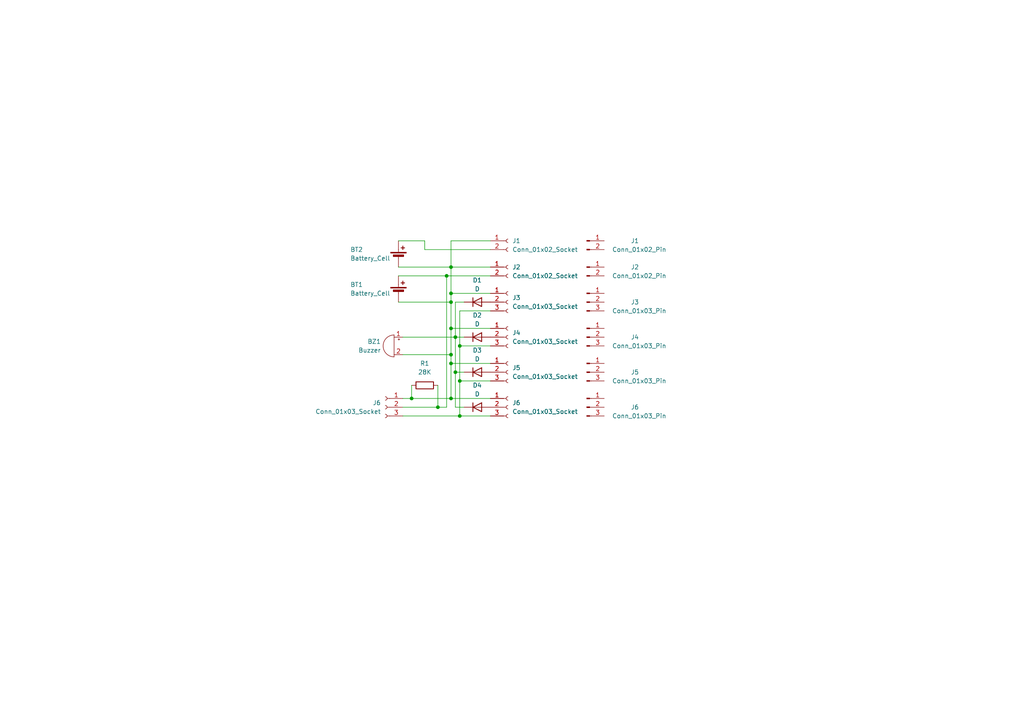
<source format=kicad_sch>
(kicad_sch (version 20230121) (generator eeschema)

  (uuid 76b1ff27-f8be-4272-9683-8adfc92e29e7)

  (paper "A4")

  (title_block
    (title "L1 Camera Schematic")
    (date "2024-03-28")
    (rev "1")
  )

  (lib_symbols
    (symbol "Connector:Conn_01x02_Pin" (pin_names (offset 1.016) hide) (in_bom yes) (on_board yes)
      (property "Reference" "J" (at 0 2.54 0)
        (effects (font (size 1.27 1.27)))
      )
      (property "Value" "Conn_01x02_Pin" (at 0 -5.08 0)
        (effects (font (size 1.27 1.27)))
      )
      (property "Footprint" "" (at 0 0 0)
        (effects (font (size 1.27 1.27)) hide)
      )
      (property "Datasheet" "~" (at 0 0 0)
        (effects (font (size 1.27 1.27)) hide)
      )
      (property "ki_locked" "" (at 0 0 0)
        (effects (font (size 1.27 1.27)))
      )
      (property "ki_keywords" "connector" (at 0 0 0)
        (effects (font (size 1.27 1.27)) hide)
      )
      (property "ki_description" "Generic connector, single row, 01x02, script generated" (at 0 0 0)
        (effects (font (size 1.27 1.27)) hide)
      )
      (property "ki_fp_filters" "Connector*:*_1x??_*" (at 0 0 0)
        (effects (font (size 1.27 1.27)) hide)
      )
      (symbol "Conn_01x02_Pin_1_1"
        (polyline
          (pts
            (xy 1.27 -2.54)
            (xy 0.8636 -2.54)
          )
          (stroke (width 0.1524) (type default))
          (fill (type none))
        )
        (polyline
          (pts
            (xy 1.27 0)
            (xy 0.8636 0)
          )
          (stroke (width 0.1524) (type default))
          (fill (type none))
        )
        (rectangle (start 0.8636 -2.413) (end 0 -2.667)
          (stroke (width 0.1524) (type default))
          (fill (type outline))
        )
        (rectangle (start 0.8636 0.127) (end 0 -0.127)
          (stroke (width 0.1524) (type default))
          (fill (type outline))
        )
        (pin passive line (at 5.08 0 180) (length 3.81)
          (name "Pin_1" (effects (font (size 1.27 1.27))))
          (number "1" (effects (font (size 1.27 1.27))))
        )
        (pin passive line (at 5.08 -2.54 180) (length 3.81)
          (name "Pin_2" (effects (font (size 1.27 1.27))))
          (number "2" (effects (font (size 1.27 1.27))))
        )
      )
    )
    (symbol "Connector:Conn_01x02_Socket" (pin_names (offset 1.016) hide) (in_bom yes) (on_board yes)
      (property "Reference" "J" (at 0 2.54 0)
        (effects (font (size 1.27 1.27)))
      )
      (property "Value" "Conn_01x02_Socket" (at 0 -5.08 0)
        (effects (font (size 1.27 1.27)))
      )
      (property "Footprint" "" (at 0 0 0)
        (effects (font (size 1.27 1.27)) hide)
      )
      (property "Datasheet" "~" (at 0 0 0)
        (effects (font (size 1.27 1.27)) hide)
      )
      (property "ki_locked" "" (at 0 0 0)
        (effects (font (size 1.27 1.27)))
      )
      (property "ki_keywords" "connector" (at 0 0 0)
        (effects (font (size 1.27 1.27)) hide)
      )
      (property "ki_description" "Generic connector, single row, 01x02, script generated" (at 0 0 0)
        (effects (font (size 1.27 1.27)) hide)
      )
      (property "ki_fp_filters" "Connector*:*_1x??_*" (at 0 0 0)
        (effects (font (size 1.27 1.27)) hide)
      )
      (symbol "Conn_01x02_Socket_1_1"
        (arc (start 0 -2.032) (mid -0.5058 -2.54) (end 0 -3.048)
          (stroke (width 0.1524) (type default))
          (fill (type none))
        )
        (polyline
          (pts
            (xy -1.27 -2.54)
            (xy -0.508 -2.54)
          )
          (stroke (width 0.1524) (type default))
          (fill (type none))
        )
        (polyline
          (pts
            (xy -1.27 0)
            (xy -0.508 0)
          )
          (stroke (width 0.1524) (type default))
          (fill (type none))
        )
        (arc (start 0 0.508) (mid -0.5058 0) (end 0 -0.508)
          (stroke (width 0.1524) (type default))
          (fill (type none))
        )
        (pin passive line (at -5.08 0 0) (length 3.81)
          (name "Pin_1" (effects (font (size 1.27 1.27))))
          (number "1" (effects (font (size 1.27 1.27))))
        )
        (pin passive line (at -5.08 -2.54 0) (length 3.81)
          (name "Pin_2" (effects (font (size 1.27 1.27))))
          (number "2" (effects (font (size 1.27 1.27))))
        )
      )
    )
    (symbol "Connector:Conn_01x03_Pin" (pin_names (offset 1.016) hide) (in_bom yes) (on_board yes)
      (property "Reference" "J" (at 0 5.08 0)
        (effects (font (size 1.27 1.27)))
      )
      (property "Value" "Conn_01x03_Pin" (at 0 -5.08 0)
        (effects (font (size 1.27 1.27)))
      )
      (property "Footprint" "" (at 0 0 0)
        (effects (font (size 1.27 1.27)) hide)
      )
      (property "Datasheet" "~" (at 0 0 0)
        (effects (font (size 1.27 1.27)) hide)
      )
      (property "ki_locked" "" (at 0 0 0)
        (effects (font (size 1.27 1.27)))
      )
      (property "ki_keywords" "connector" (at 0 0 0)
        (effects (font (size 1.27 1.27)) hide)
      )
      (property "ki_description" "Generic connector, single row, 01x03, script generated" (at 0 0 0)
        (effects (font (size 1.27 1.27)) hide)
      )
      (property "ki_fp_filters" "Connector*:*_1x??_*" (at 0 0 0)
        (effects (font (size 1.27 1.27)) hide)
      )
      (symbol "Conn_01x03_Pin_1_1"
        (polyline
          (pts
            (xy 1.27 -2.54)
            (xy 0.8636 -2.54)
          )
          (stroke (width 0.1524) (type default))
          (fill (type none))
        )
        (polyline
          (pts
            (xy 1.27 0)
            (xy 0.8636 0)
          )
          (stroke (width 0.1524) (type default))
          (fill (type none))
        )
        (polyline
          (pts
            (xy 1.27 2.54)
            (xy 0.8636 2.54)
          )
          (stroke (width 0.1524) (type default))
          (fill (type none))
        )
        (rectangle (start 0.8636 -2.413) (end 0 -2.667)
          (stroke (width 0.1524) (type default))
          (fill (type outline))
        )
        (rectangle (start 0.8636 0.127) (end 0 -0.127)
          (stroke (width 0.1524) (type default))
          (fill (type outline))
        )
        (rectangle (start 0.8636 2.667) (end 0 2.413)
          (stroke (width 0.1524) (type default))
          (fill (type outline))
        )
        (pin passive line (at 5.08 2.54 180) (length 3.81)
          (name "Pin_1" (effects (font (size 1.27 1.27))))
          (number "1" (effects (font (size 1.27 1.27))))
        )
        (pin passive line (at 5.08 0 180) (length 3.81)
          (name "Pin_2" (effects (font (size 1.27 1.27))))
          (number "2" (effects (font (size 1.27 1.27))))
        )
        (pin passive line (at 5.08 -2.54 180) (length 3.81)
          (name "Pin_3" (effects (font (size 1.27 1.27))))
          (number "3" (effects (font (size 1.27 1.27))))
        )
      )
    )
    (symbol "Connector:Conn_01x03_Socket" (pin_names (offset 1.016) hide) (in_bom yes) (on_board yes)
      (property "Reference" "J" (at 0 5.08 0)
        (effects (font (size 1.27 1.27)))
      )
      (property "Value" "Conn_01x03_Socket" (at 0 -5.08 0)
        (effects (font (size 1.27 1.27)))
      )
      (property "Footprint" "" (at 0 0 0)
        (effects (font (size 1.27 1.27)) hide)
      )
      (property "Datasheet" "~" (at 0 0 0)
        (effects (font (size 1.27 1.27)) hide)
      )
      (property "ki_locked" "" (at 0 0 0)
        (effects (font (size 1.27 1.27)))
      )
      (property "ki_keywords" "connector" (at 0 0 0)
        (effects (font (size 1.27 1.27)) hide)
      )
      (property "ki_description" "Generic connector, single row, 01x03, script generated" (at 0 0 0)
        (effects (font (size 1.27 1.27)) hide)
      )
      (property "ki_fp_filters" "Connector*:*_1x??_*" (at 0 0 0)
        (effects (font (size 1.27 1.27)) hide)
      )
      (symbol "Conn_01x03_Socket_1_1"
        (arc (start 0 -2.032) (mid -0.5058 -2.54) (end 0 -3.048)
          (stroke (width 0.1524) (type default))
          (fill (type none))
        )
        (polyline
          (pts
            (xy -1.27 -2.54)
            (xy -0.508 -2.54)
          )
          (stroke (width 0.1524) (type default))
          (fill (type none))
        )
        (polyline
          (pts
            (xy -1.27 0)
            (xy -0.508 0)
          )
          (stroke (width 0.1524) (type default))
          (fill (type none))
        )
        (polyline
          (pts
            (xy -1.27 2.54)
            (xy -0.508 2.54)
          )
          (stroke (width 0.1524) (type default))
          (fill (type none))
        )
        (arc (start 0 0.508) (mid -0.5058 0) (end 0 -0.508)
          (stroke (width 0.1524) (type default))
          (fill (type none))
        )
        (arc (start 0 3.048) (mid -0.5058 2.54) (end 0 2.032)
          (stroke (width 0.1524) (type default))
          (fill (type none))
        )
        (pin passive line (at -5.08 2.54 0) (length 3.81)
          (name "Pin_1" (effects (font (size 1.27 1.27))))
          (number "1" (effects (font (size 1.27 1.27))))
        )
        (pin passive line (at -5.08 0 0) (length 3.81)
          (name "Pin_2" (effects (font (size 1.27 1.27))))
          (number "2" (effects (font (size 1.27 1.27))))
        )
        (pin passive line (at -5.08 -2.54 0) (length 3.81)
          (name "Pin_3" (effects (font (size 1.27 1.27))))
          (number "3" (effects (font (size 1.27 1.27))))
        )
      )
    )
    (symbol "Device:Battery_Cell" (pin_numbers hide) (pin_names (offset 0) hide) (in_bom yes) (on_board yes)
      (property "Reference" "BT" (at 2.54 2.54 0)
        (effects (font (size 1.27 1.27)) (justify left))
      )
      (property "Value" "Battery_Cell" (at 2.54 0 0)
        (effects (font (size 1.27 1.27)) (justify left))
      )
      (property "Footprint" "" (at 0 1.524 90)
        (effects (font (size 1.27 1.27)) hide)
      )
      (property "Datasheet" "~" (at 0 1.524 90)
        (effects (font (size 1.27 1.27)) hide)
      )
      (property "ki_keywords" "battery cell" (at 0 0 0)
        (effects (font (size 1.27 1.27)) hide)
      )
      (property "ki_description" "Single-cell battery" (at 0 0 0)
        (effects (font (size 1.27 1.27)) hide)
      )
      (symbol "Battery_Cell_0_1"
        (rectangle (start -2.286 1.778) (end 2.286 1.524)
          (stroke (width 0) (type default))
          (fill (type outline))
        )
        (rectangle (start -1.524 1.016) (end 1.524 0.508)
          (stroke (width 0) (type default))
          (fill (type outline))
        )
        (polyline
          (pts
            (xy 0 0.762)
            (xy 0 0)
          )
          (stroke (width 0) (type default))
          (fill (type none))
        )
        (polyline
          (pts
            (xy 0 1.778)
            (xy 0 2.54)
          )
          (stroke (width 0) (type default))
          (fill (type none))
        )
        (polyline
          (pts
            (xy 0.762 3.048)
            (xy 1.778 3.048)
          )
          (stroke (width 0.254) (type default))
          (fill (type none))
        )
        (polyline
          (pts
            (xy 1.27 3.556)
            (xy 1.27 2.54)
          )
          (stroke (width 0.254) (type default))
          (fill (type none))
        )
      )
      (symbol "Battery_Cell_1_1"
        (pin passive line (at 0 5.08 270) (length 2.54)
          (name "+" (effects (font (size 1.27 1.27))))
          (number "1" (effects (font (size 1.27 1.27))))
        )
        (pin passive line (at 0 -2.54 90) (length 2.54)
          (name "-" (effects (font (size 1.27 1.27))))
          (number "2" (effects (font (size 1.27 1.27))))
        )
      )
    )
    (symbol "Device:Buzzer" (pin_names (offset 0.0254) hide) (in_bom yes) (on_board yes)
      (property "Reference" "BZ" (at 3.81 1.27 0)
        (effects (font (size 1.27 1.27)) (justify left))
      )
      (property "Value" "Buzzer" (at 3.81 -1.27 0)
        (effects (font (size 1.27 1.27)) (justify left))
      )
      (property "Footprint" "" (at -0.635 2.54 90)
        (effects (font (size 1.27 1.27)) hide)
      )
      (property "Datasheet" "~" (at -0.635 2.54 90)
        (effects (font (size 1.27 1.27)) hide)
      )
      (property "ki_keywords" "quartz resonator ceramic" (at 0 0 0)
        (effects (font (size 1.27 1.27)) hide)
      )
      (property "ki_description" "Buzzer, polarized" (at 0 0 0)
        (effects (font (size 1.27 1.27)) hide)
      )
      (property "ki_fp_filters" "*Buzzer*" (at 0 0 0)
        (effects (font (size 1.27 1.27)) hide)
      )
      (symbol "Buzzer_0_1"
        (arc (start 0 -3.175) (mid 3.1612 0) (end 0 3.175)
          (stroke (width 0) (type default))
          (fill (type none))
        )
        (polyline
          (pts
            (xy -1.651 1.905)
            (xy -1.143 1.905)
          )
          (stroke (width 0) (type default))
          (fill (type none))
        )
        (polyline
          (pts
            (xy -1.397 2.159)
            (xy -1.397 1.651)
          )
          (stroke (width 0) (type default))
          (fill (type none))
        )
        (polyline
          (pts
            (xy 0 3.175)
            (xy 0 -3.175)
          )
          (stroke (width 0) (type default))
          (fill (type none))
        )
      )
      (symbol "Buzzer_1_1"
        (pin passive line (at -2.54 2.54 0) (length 2.54)
          (name "-" (effects (font (size 1.27 1.27))))
          (number "1" (effects (font (size 1.27 1.27))))
        )
        (pin passive line (at -2.54 -2.54 0) (length 2.54)
          (name "+" (effects (font (size 1.27 1.27))))
          (number "2" (effects (font (size 1.27 1.27))))
        )
      )
    )
    (symbol "Device:D" (pin_numbers hide) (pin_names (offset 1.016) hide) (in_bom yes) (on_board yes)
      (property "Reference" "D" (at 0 2.54 0)
        (effects (font (size 1.27 1.27)))
      )
      (property "Value" "D" (at 0 -2.54 0)
        (effects (font (size 1.27 1.27)))
      )
      (property "Footprint" "" (at 0 0 0)
        (effects (font (size 1.27 1.27)) hide)
      )
      (property "Datasheet" "~" (at 0 0 0)
        (effects (font (size 1.27 1.27)) hide)
      )
      (property "Sim.Device" "D" (at 0 0 0)
        (effects (font (size 1.27 1.27)) hide)
      )
      (property "Sim.Pins" "1=K 2=A" (at 0 0 0)
        (effects (font (size 1.27 1.27)) hide)
      )
      (property "ki_keywords" "diode" (at 0 0 0)
        (effects (font (size 1.27 1.27)) hide)
      )
      (property "ki_description" "Diode" (at 0 0 0)
        (effects (font (size 1.27 1.27)) hide)
      )
      (property "ki_fp_filters" "TO-???* *_Diode_* *SingleDiode* D_*" (at 0 0 0)
        (effects (font (size 1.27 1.27)) hide)
      )
      (symbol "D_0_1"
        (polyline
          (pts
            (xy -1.27 1.27)
            (xy -1.27 -1.27)
          )
          (stroke (width 0.254) (type default))
          (fill (type none))
        )
        (polyline
          (pts
            (xy 1.27 0)
            (xy -1.27 0)
          )
          (stroke (width 0) (type default))
          (fill (type none))
        )
        (polyline
          (pts
            (xy 1.27 1.27)
            (xy 1.27 -1.27)
            (xy -1.27 0)
            (xy 1.27 1.27)
          )
          (stroke (width 0.254) (type default))
          (fill (type none))
        )
      )
      (symbol "D_1_1"
        (pin passive line (at -3.81 0 0) (length 2.54)
          (name "K" (effects (font (size 1.27 1.27))))
          (number "1" (effects (font (size 1.27 1.27))))
        )
        (pin passive line (at 3.81 0 180) (length 2.54)
          (name "A" (effects (font (size 1.27 1.27))))
          (number "2" (effects (font (size 1.27 1.27))))
        )
      )
    )
    (symbol "Device:R" (pin_numbers hide) (pin_names (offset 0)) (in_bom yes) (on_board yes)
      (property "Reference" "R" (at 2.032 0 90)
        (effects (font (size 1.27 1.27)))
      )
      (property "Value" "R" (at 0 0 90)
        (effects (font (size 1.27 1.27)))
      )
      (property "Footprint" "" (at -1.778 0 90)
        (effects (font (size 1.27 1.27)) hide)
      )
      (property "Datasheet" "~" (at 0 0 0)
        (effects (font (size 1.27 1.27)) hide)
      )
      (property "ki_keywords" "R res resistor" (at 0 0 0)
        (effects (font (size 1.27 1.27)) hide)
      )
      (property "ki_description" "Resistor" (at 0 0 0)
        (effects (font (size 1.27 1.27)) hide)
      )
      (property "ki_fp_filters" "R_*" (at 0 0 0)
        (effects (font (size 1.27 1.27)) hide)
      )
      (symbol "R_0_1"
        (rectangle (start -1.016 -2.54) (end 1.016 2.54)
          (stroke (width 0.254) (type default))
          (fill (type none))
        )
      )
      (symbol "R_1_1"
        (pin passive line (at 0 3.81 270) (length 1.27)
          (name "~" (effects (font (size 1.27 1.27))))
          (number "1" (effects (font (size 1.27 1.27))))
        )
        (pin passive line (at 0 -3.81 90) (length 1.27)
          (name "~" (effects (font (size 1.27 1.27))))
          (number "2" (effects (font (size 1.27 1.27))))
        )
      )
    )
  )

  (junction (at 119.38 115.57) (diameter 0) (color 0 0 0 0)
    (uuid 03610c47-022f-418b-934b-07ef747371b5)
  )
  (junction (at 129.54 80.01) (diameter 0) (color 0 0 0 0)
    (uuid 188e860e-b838-48aa-a66c-7520fea8c2a9)
  )
  (junction (at 130.81 77.47) (diameter 0) (color 0 0 0 0)
    (uuid 25cd01ba-d534-4963-a9a9-3c82ea5e180a)
  )
  (junction (at 133.35 120.65) (diameter 0) (color 0 0 0 0)
    (uuid 6143a3c8-9631-4edf-99f6-4b71c7325b45)
  )
  (junction (at 130.81 85.09) (diameter 0) (color 0 0 0 0)
    (uuid 6770f597-93c0-441c-9fcf-511318c70c21)
  )
  (junction (at 130.81 115.57) (diameter 0) (color 0 0 0 0)
    (uuid 682d0062-0a4c-4d8d-85cc-6644c94e06c8)
  )
  (junction (at 127 118.11) (diameter 0) (color 0 0 0 0)
    (uuid 7afb6bc3-1b3b-424a-9ea9-f233ee7d4509)
  )
  (junction (at 133.35 100.33) (diameter 0) (color 0 0 0 0)
    (uuid 7c2dd630-f8b4-4e62-9622-0cea8eed7aa8)
  )
  (junction (at 132.08 97.79) (diameter 0) (color 0 0 0 0)
    (uuid 89d4065c-0700-436c-9d91-9ee60784b09d)
  )
  (junction (at 130.81 95.25) (diameter 0) (color 0 0 0 0)
    (uuid ab80e46f-53a6-4bb0-9dae-fd818f88a283)
  )
  (junction (at 130.81 102.87) (diameter 0) (color 0 0 0 0)
    (uuid afe2fa03-5308-4344-af8f-1c9666adbef6)
  )
  (junction (at 130.81 87.63) (diameter 0) (color 0 0 0 0)
    (uuid b799f311-337f-4778-8f32-420d9e974f57)
  )
  (junction (at 133.35 110.49) (diameter 0) (color 0 0 0 0)
    (uuid c3060369-d77f-451c-806f-1e16a5b5f3c2)
  )
  (junction (at 132.08 107.95) (diameter 0) (color 0 0 0 0)
    (uuid dfe3fd16-6335-497d-a6d7-be7c74eb2921)
  )
  (junction (at 130.81 105.41) (diameter 0) (color 0 0 0 0)
    (uuid ffc5ad9f-fb09-4863-9ba8-c21697bba59a)
  )

  (wire (pts (xy 130.81 85.09) (xy 130.81 87.63))
    (stroke (width 0) (type default))
    (uuid 08c4c0f3-9c94-4c04-86be-2a6c2a087c80)
  )
  (wire (pts (xy 133.35 110.49) (xy 133.35 120.65))
    (stroke (width 0) (type default))
    (uuid 095510af-6b68-4a1b-8b53-352107721f65)
  )
  (wire (pts (xy 142.24 80.01) (xy 129.54 80.01))
    (stroke (width 0) (type default))
    (uuid 1ed716c0-f94a-4b2f-b3d2-1a7afe01f8c5)
  )
  (wire (pts (xy 130.81 77.47) (xy 130.81 85.09))
    (stroke (width 0) (type default))
    (uuid 1f03ecbb-df78-4bd6-945b-fe6801326dd6)
  )
  (wire (pts (xy 130.81 85.09) (xy 142.24 85.09))
    (stroke (width 0) (type default))
    (uuid 243dcf50-a245-4b85-b1bc-b360c23b1b75)
  )
  (wire (pts (xy 129.54 80.01) (xy 129.54 118.11))
    (stroke (width 0) (type default))
    (uuid 25be1f76-8837-464b-a7f1-c35fd385d377)
  )
  (wire (pts (xy 130.81 95.25) (xy 142.24 95.25))
    (stroke (width 0) (type default))
    (uuid 2857f683-995c-48f0-9b86-d4bbb210553e)
  )
  (wire (pts (xy 133.35 100.33) (xy 133.35 110.49))
    (stroke (width 0) (type default))
    (uuid 2b3e1bff-d86f-4204-ac4c-c55e5329836b)
  )
  (wire (pts (xy 130.81 115.57) (xy 142.24 115.57))
    (stroke (width 0) (type default))
    (uuid 2f812986-1bbd-4940-bbda-101a277ac318)
  )
  (wire (pts (xy 130.81 102.87) (xy 130.81 105.41))
    (stroke (width 0) (type default))
    (uuid 33fdf12f-b5f5-46b8-90d1-4d84bbf89380)
  )
  (wire (pts (xy 130.81 102.87) (xy 130.81 95.25))
    (stroke (width 0) (type default))
    (uuid 3e028292-c1ef-4a0e-80f5-16fd5e5f7468)
  )
  (wire (pts (xy 142.24 77.47) (xy 130.81 77.47))
    (stroke (width 0) (type default))
    (uuid 4315a62c-44cd-47a8-b889-a5f48f76d6ce)
  )
  (wire (pts (xy 133.35 120.65) (xy 142.24 120.65))
    (stroke (width 0) (type default))
    (uuid 493f1850-8a63-4437-bdff-f28424681ff6)
  )
  (wire (pts (xy 127 111.76) (xy 127 118.11))
    (stroke (width 0) (type default))
    (uuid 49a3aa98-2f9d-4659-951c-d68556054032)
  )
  (wire (pts (xy 132.08 87.63) (xy 134.62 87.63))
    (stroke (width 0) (type default))
    (uuid 4e4741f7-d460-434d-a8d1-426d71bd5952)
  )
  (wire (pts (xy 123.19 69.85) (xy 115.57 69.85))
    (stroke (width 0) (type default))
    (uuid 520cf71b-9745-45d5-ac02-de09f8d18227)
  )
  (wire (pts (xy 132.08 107.95) (xy 132.08 118.11))
    (stroke (width 0) (type default))
    (uuid 5a643505-a97f-446e-aa82-7c3f3ca451fb)
  )
  (wire (pts (xy 132.08 118.11) (xy 134.62 118.11))
    (stroke (width 0) (type default))
    (uuid 7025cd7a-89cd-42ea-bf39-30f32a4d471b)
  )
  (wire (pts (xy 133.35 100.33) (xy 142.24 100.33))
    (stroke (width 0) (type default))
    (uuid 727aab7d-61fe-4bdc-b395-c60a792300e7)
  )
  (wire (pts (xy 132.08 87.63) (xy 132.08 97.79))
    (stroke (width 0) (type default))
    (uuid 744bdd14-950f-45f5-be71-d5f364a1dd18)
  )
  (wire (pts (xy 123.19 72.39) (xy 123.19 69.85))
    (stroke (width 0) (type default))
    (uuid 7c85039f-e9d0-4341-9d56-4c36cdcad2da)
  )
  (wire (pts (xy 142.24 69.85) (xy 130.81 69.85))
    (stroke (width 0) (type default))
    (uuid 7cd6a15a-fb9c-4001-87f0-e06fdfc9cb66)
  )
  (wire (pts (xy 116.84 118.11) (xy 127 118.11))
    (stroke (width 0) (type default))
    (uuid 8575782b-99cb-4179-b43b-b004df61ea45)
  )
  (wire (pts (xy 116.84 97.79) (xy 132.08 97.79))
    (stroke (width 0) (type default))
    (uuid 865463f0-76a0-49e8-a138-608a13cb89f7)
  )
  (wire (pts (xy 129.54 118.11) (xy 127 118.11))
    (stroke (width 0) (type default))
    (uuid a2df4c94-6f1e-4cb8-a2d4-1053864d80af)
  )
  (wire (pts (xy 132.08 97.79) (xy 134.62 97.79))
    (stroke (width 0) (type default))
    (uuid a3edbba6-8497-4735-863d-65af64fa89b8)
  )
  (wire (pts (xy 130.81 105.41) (xy 142.24 105.41))
    (stroke (width 0) (type default))
    (uuid a565bbe8-f0f3-475f-ace6-4e79f3228e80)
  )
  (wire (pts (xy 132.08 97.79) (xy 132.08 107.95))
    (stroke (width 0) (type default))
    (uuid b631ed61-d799-40e1-9ba2-0a0d8c1f20df)
  )
  (wire (pts (xy 142.24 90.17) (xy 133.35 90.17))
    (stroke (width 0) (type default))
    (uuid bbecf028-6eab-43ee-95a4-370477f9c2e0)
  )
  (wire (pts (xy 115.57 77.47) (xy 130.81 77.47))
    (stroke (width 0) (type default))
    (uuid bdc7c785-288d-4106-9fc9-1a29987fe5d0)
  )
  (wire (pts (xy 116.84 115.57) (xy 119.38 115.57))
    (stroke (width 0) (type default))
    (uuid c1bea0e1-daad-4e4a-a23f-ce7c920d319e)
  )
  (wire (pts (xy 142.24 72.39) (xy 123.19 72.39))
    (stroke (width 0) (type default))
    (uuid c1fc7d74-a8f8-42e5-81bb-2aa3f325b182)
  )
  (wire (pts (xy 133.35 110.49) (xy 142.24 110.49))
    (stroke (width 0) (type default))
    (uuid c402366f-956f-4a6b-8c12-749a55a63dd8)
  )
  (wire (pts (xy 115.57 87.63) (xy 130.81 87.63))
    (stroke (width 0) (type default))
    (uuid cfaded23-fcbe-4c31-8cd0-6e92bd29a11e)
  )
  (wire (pts (xy 116.84 120.65) (xy 133.35 120.65))
    (stroke (width 0) (type default))
    (uuid d2f50cff-233b-4c67-9997-bbcac1b5cbdf)
  )
  (wire (pts (xy 115.57 80.01) (xy 129.54 80.01))
    (stroke (width 0) (type default))
    (uuid d708dda9-20de-460b-8306-612172bd6b26)
  )
  (wire (pts (xy 116.84 102.87) (xy 130.81 102.87))
    (stroke (width 0) (type default))
    (uuid dd518a9a-674a-420a-acf9-989a9e8dd74c)
  )
  (wire (pts (xy 119.38 111.76) (xy 119.38 115.57))
    (stroke (width 0) (type default))
    (uuid de1b5866-244a-4f9d-b63e-ead899150051)
  )
  (wire (pts (xy 130.81 87.63) (xy 130.81 95.25))
    (stroke (width 0) (type default))
    (uuid dec1d281-a899-4bc4-aec3-d153663c3673)
  )
  (wire (pts (xy 133.35 90.17) (xy 133.35 100.33))
    (stroke (width 0) (type default))
    (uuid e92e5930-600f-4bf1-a013-20ddda995bda)
  )
  (wire (pts (xy 130.81 69.85) (xy 130.81 77.47))
    (stroke (width 0) (type default))
    (uuid f075daf6-0f50-4321-bfc3-cfd52b373246)
  )
  (wire (pts (xy 119.38 115.57) (xy 130.81 115.57))
    (stroke (width 0) (type default))
    (uuid f5486cbf-9498-4ac3-9654-a6ed79bd5910)
  )
  (wire (pts (xy 132.08 107.95) (xy 134.62 107.95))
    (stroke (width 0) (type default))
    (uuid fae1802e-5a93-47a4-97c1-4a7865697153)
  )
  (wire (pts (xy 130.81 105.41) (xy 130.81 115.57))
    (stroke (width 0) (type default))
    (uuid fc16aec3-a5d8-4f24-9fcf-d7d524011399)
  )

  (symbol (lib_id "Connector:Conn_01x02_Socket") (at 147.32 69.85 0) (unit 1)
    (in_bom yes) (on_board yes) (dnp no) (fields_autoplaced)
    (uuid 01a186f7-734f-47d5-adc0-87a91e388f4c)
    (property "Reference" "J1" (at 148.59 69.85 0)
      (effects (font (size 1.27 1.27)) (justify left))
    )
    (property "Value" "Conn_01x02_Socket" (at 148.59 72.39 0)
      (effects (font (size 1.27 1.27)) (justify left))
    )
    (property "Footprint" "" (at 147.32 69.85 0)
      (effects (font (size 1.27 1.27)) hide)
    )
    (property "Datasheet" "~" (at 147.32 69.85 0)
      (effects (font (size 1.27 1.27)) hide)
    )
    (pin "1" (uuid e45aa5e5-a02d-42c3-8d82-03441306ef4f))
    (pin "2" (uuid dac28fac-de8e-4f95-899c-e0785b177ac6))
    (instances
      (project "L1_Camera"
        (path "/76b1ff27-f8be-4272-9683-8adfc92e29e7"
          (reference "J1") (unit 1)
        )
      )
    )
  )

  (symbol (lib_id "Connector:Conn_01x03_Pin") (at 170.18 118.11 0) (unit 1)
    (in_bom yes) (on_board yes) (dnp no)
    (uuid 02d5c48a-1b6f-417b-bbc5-4f2aa04516f1)
    (property "Reference" "J6" (at 184.15 118.11 0)
      (effects (font (size 1.27 1.27)))
    )
    (property "Value" "Conn_01x03_Pin" (at 185.42 120.65 0)
      (effects (font (size 1.27 1.27)))
    )
    (property "Footprint" "" (at 170.18 118.11 0)
      (effects (font (size 1.27 1.27)) hide)
    )
    (property "Datasheet" "~" (at 170.18 118.11 0)
      (effects (font (size 1.27 1.27)) hide)
    )
    (pin "1" (uuid 16fd4dbf-1215-4d43-9170-1170afa43574))
    (pin "2" (uuid 9003e60d-24fc-4b47-bd55-d9bdeacd2e26))
    (pin "3" (uuid 8b973ef5-c1fd-42d0-89ba-e904b17f51fa))
    (instances
      (project "L1_Camera"
        (path "/76b1ff27-f8be-4272-9683-8adfc92e29e7"
          (reference "J6") (unit 1)
        )
      )
    )
  )

  (symbol (lib_id "Connector:Conn_01x03_Pin") (at 170.18 87.63 0) (unit 1)
    (in_bom yes) (on_board yes) (dnp no)
    (uuid 0715c8c4-9c8f-4115-befa-dce736e5335d)
    (property "Reference" "J3" (at 184.15 87.63 0)
      (effects (font (size 1.27 1.27)))
    )
    (property "Value" "Conn_01x03_Pin" (at 185.42 90.17 0)
      (effects (font (size 1.27 1.27)))
    )
    (property "Footprint" "" (at 170.18 87.63 0)
      (effects (font (size 1.27 1.27)) hide)
    )
    (property "Datasheet" "~" (at 170.18 87.63 0)
      (effects (font (size 1.27 1.27)) hide)
    )
    (pin "1" (uuid ea330c2c-8ca2-444c-ae94-2cdb2087877e))
    (pin "2" (uuid 7321cfe8-965d-4d06-9fcb-8de961cb2e82))
    (pin "3" (uuid 6b2d9756-a67f-4083-a75f-ad8da83aa096))
    (instances
      (project "L1_Camera"
        (path "/76b1ff27-f8be-4272-9683-8adfc92e29e7"
          (reference "J3") (unit 1)
        )
      )
    )
  )

  (symbol (lib_id "Connector:Conn_01x03_Socket") (at 147.32 97.79 0) (unit 1)
    (in_bom yes) (on_board yes) (dnp no) (fields_autoplaced)
    (uuid 14e72b4c-0b3d-4749-ba2a-1fb4eec64a85)
    (property "Reference" "J4" (at 148.59 96.52 0)
      (effects (font (size 1.27 1.27)) (justify left))
    )
    (property "Value" "Conn_01x03_Socket" (at 148.59 99.06 0)
      (effects (font (size 1.27 1.27)) (justify left))
    )
    (property "Footprint" "" (at 147.32 97.79 0)
      (effects (font (size 1.27 1.27)) hide)
    )
    (property "Datasheet" "~" (at 147.32 97.79 0)
      (effects (font (size 1.27 1.27)) hide)
    )
    (pin "1" (uuid 19909675-9d97-4357-ac75-3d2e86ed5cdf))
    (pin "2" (uuid 68578ae9-7965-4837-9675-16de4096cf2d))
    (pin "3" (uuid cc01f029-baf0-4e46-9c45-9f2b8c39c782))
    (instances
      (project "L1_Camera"
        (path "/76b1ff27-f8be-4272-9683-8adfc92e29e7"
          (reference "J4") (unit 1)
        )
      )
    )
  )

  (symbol (lib_id "Device:Battery_Cell") (at 115.57 74.93 0) (unit 1)
    (in_bom yes) (on_board yes) (dnp no)
    (uuid 2c0bd00f-d871-4f5b-8cf6-65e1766fe438)
    (property "Reference" "BT2" (at 101.6 72.39 0)
      (effects (font (size 1.27 1.27)) (justify left))
    )
    (property "Value" "Battery_Cell" (at 101.6 74.93 0)
      (effects (font (size 1.27 1.27)) (justify left))
    )
    (property "Footprint" "" (at 115.57 73.406 90)
      (effects (font (size 1.27 1.27)) hide)
    )
    (property "Datasheet" "~" (at 115.57 73.406 90)
      (effects (font (size 1.27 1.27)) hide)
    )
    (pin "1" (uuid ac8f4dc3-8570-4180-88cd-b6a1172429ca))
    (pin "2" (uuid 57da1af5-8355-41bf-8e9c-5da898eb811a))
    (instances
      (project "L1_Camera"
        (path "/76b1ff27-f8be-4272-9683-8adfc92e29e7"
          (reference "BT2") (unit 1)
        )
      )
    )
  )

  (symbol (lib_id "Connector:Conn_01x02_Pin") (at 170.18 77.47 0) (unit 1)
    (in_bom yes) (on_board yes) (dnp no)
    (uuid 3576880a-47cc-4dab-95cf-228bef563e6b)
    (property "Reference" "J2" (at 184.15 77.47 0)
      (effects (font (size 1.27 1.27)))
    )
    (property "Value" "Conn_01x02_Pin" (at 185.42 80.01 0)
      (effects (font (size 1.27 1.27)))
    )
    (property "Footprint" "" (at 170.18 77.47 0)
      (effects (font (size 1.27 1.27)) hide)
    )
    (property "Datasheet" "~" (at 170.18 77.47 0)
      (effects (font (size 1.27 1.27)) hide)
    )
    (pin "1" (uuid dd0b18e0-39ac-47b1-b212-50496a0ab854))
    (pin "2" (uuid c139e8a6-fbc5-4681-9527-ff1ded1e8f34))
    (instances
      (project "L1_Camera"
        (path "/76b1ff27-f8be-4272-9683-8adfc92e29e7"
          (reference "J2") (unit 1)
        )
      )
    )
  )

  (symbol (lib_id "Device:D") (at 138.43 107.95 0) (unit 1)
    (in_bom yes) (on_board yes) (dnp no) (fields_autoplaced)
    (uuid 402919c8-f1f9-4009-9e47-63717d485f53)
    (property "Reference" "D3" (at 138.43 101.6 0)
      (effects (font (size 1.27 1.27)))
    )
    (property "Value" "D" (at 138.43 104.14 0)
      (effects (font (size 1.27 1.27)))
    )
    (property "Footprint" "" (at 138.43 107.95 0)
      (effects (font (size 1.27 1.27)) hide)
    )
    (property "Datasheet" "~" (at 138.43 107.95 0)
      (effects (font (size 1.27 1.27)) hide)
    )
    (property "Sim.Device" "D" (at 138.43 107.95 0)
      (effects (font (size 1.27 1.27)) hide)
    )
    (property "Sim.Pins" "1=K 2=A" (at 138.43 107.95 0)
      (effects (font (size 1.27 1.27)) hide)
    )
    (pin "1" (uuid a1d5c960-3f14-4390-9422-fc80a2bbeafe))
    (pin "2" (uuid 8904ff36-8069-43f0-9145-259efab674f3))
    (instances
      (project "L1_Camera"
        (path "/76b1ff27-f8be-4272-9683-8adfc92e29e7"
          (reference "D3") (unit 1)
        )
      )
    )
  )

  (symbol (lib_id "Device:Battery_Cell") (at 115.57 85.09 0) (unit 1)
    (in_bom yes) (on_board yes) (dnp no)
    (uuid 411e2864-0623-4982-a41b-f6777ebb3930)
    (property "Reference" "BT1" (at 101.6 82.55 0)
      (effects (font (size 1.27 1.27)) (justify left))
    )
    (property "Value" "Battery_Cell" (at 101.6 85.09 0)
      (effects (font (size 1.27 1.27)) (justify left))
    )
    (property "Footprint" "" (at 115.57 83.566 90)
      (effects (font (size 1.27 1.27)) hide)
    )
    (property "Datasheet" "~" (at 115.57 83.566 90)
      (effects (font (size 1.27 1.27)) hide)
    )
    (pin "1" (uuid b22dc7dc-e24b-4dde-ac3a-490787ca0fe2))
    (pin "2" (uuid 573883b3-8eef-43b3-8f24-6b8bb95717c9))
    (instances
      (project "L1_Camera"
        (path "/76b1ff27-f8be-4272-9683-8adfc92e29e7"
          (reference "BT1") (unit 1)
        )
      )
    )
  )

  (symbol (lib_id "Connector:Conn_01x03_Socket") (at 147.32 118.11 0) (unit 1)
    (in_bom yes) (on_board yes) (dnp no) (fields_autoplaced)
    (uuid 4d4ce8b2-5df6-49e4-acb5-6db544ba371c)
    (property "Reference" "J6" (at 148.59 116.84 0)
      (effects (font (size 1.27 1.27)) (justify left))
    )
    (property "Value" "Conn_01x03_Socket" (at 148.59 119.38 0)
      (effects (font (size 1.27 1.27)) (justify left))
    )
    (property "Footprint" "" (at 147.32 118.11 0)
      (effects (font (size 1.27 1.27)) hide)
    )
    (property "Datasheet" "~" (at 147.32 118.11 0)
      (effects (font (size 1.27 1.27)) hide)
    )
    (pin "1" (uuid 0f98ce14-7753-4487-8c0b-d97d4f8a6c98))
    (pin "2" (uuid e7cb16c0-3bed-4d0a-b936-c6ee5c5e55f8))
    (pin "3" (uuid ba84357e-7aaa-4f8a-8efc-976e2bbf0193))
    (instances
      (project "L1_Camera"
        (path "/76b1ff27-f8be-4272-9683-8adfc92e29e7"
          (reference "J6") (unit 1)
        )
      )
    )
  )

  (symbol (lib_id "Connector:Conn_01x02_Socket") (at 147.32 77.47 0) (unit 1)
    (in_bom yes) (on_board yes) (dnp no) (fields_autoplaced)
    (uuid 53e30e80-17d1-4aa1-a5d2-0a078eab1e02)
    (property "Reference" "J2" (at 148.59 77.47 0)
      (effects (font (size 1.27 1.27)) (justify left))
    )
    (property "Value" "Conn_01x02_Socket" (at 148.59 80.01 0)
      (effects (font (size 1.27 1.27)) (justify left))
    )
    (property "Footprint" "" (at 147.32 77.47 0)
      (effects (font (size 1.27 1.27)) hide)
    )
    (property "Datasheet" "~" (at 147.32 77.47 0)
      (effects (font (size 1.27 1.27)) hide)
    )
    (pin "1" (uuid 659bd769-0a19-4e84-ba8c-d876f39a62cf))
    (pin "2" (uuid 6cf13946-d048-4ede-a995-48df7c3d2171))
    (instances
      (project "L1_Camera"
        (path "/76b1ff27-f8be-4272-9683-8adfc92e29e7"
          (reference "J2") (unit 1)
        )
      )
    )
  )

  (symbol (lib_id "Connector:Conn_01x03_Socket") (at 147.32 107.95 0) (unit 1)
    (in_bom yes) (on_board yes) (dnp no) (fields_autoplaced)
    (uuid 56dbd62e-321b-4d60-9a13-bda0afae61eb)
    (property "Reference" "J5" (at 148.59 106.68 0)
      (effects (font (size 1.27 1.27)) (justify left))
    )
    (property "Value" "Conn_01x03_Socket" (at 148.59 109.22 0)
      (effects (font (size 1.27 1.27)) (justify left))
    )
    (property "Footprint" "" (at 147.32 107.95 0)
      (effects (font (size 1.27 1.27)) hide)
    )
    (property "Datasheet" "~" (at 147.32 107.95 0)
      (effects (font (size 1.27 1.27)) hide)
    )
    (pin "1" (uuid 81527d48-398b-4caf-a552-390121983fdb))
    (pin "2" (uuid 75627896-c8c4-401f-bd5b-0947832d935c))
    (pin "3" (uuid 00cadcea-7e89-4bd3-9f9b-37c31f86f978))
    (instances
      (project "L1_Camera"
        (path "/76b1ff27-f8be-4272-9683-8adfc92e29e7"
          (reference "J5") (unit 1)
        )
      )
    )
  )

  (symbol (lib_id "Device:D") (at 138.43 87.63 0) (unit 1)
    (in_bom yes) (on_board yes) (dnp no) (fields_autoplaced)
    (uuid 626a8729-f239-47af-b45a-e5d890ba7434)
    (property "Reference" "D1" (at 138.43 81.28 0)
      (effects (font (size 1.27 1.27)))
    )
    (property "Value" "D" (at 138.43 83.82 0)
      (effects (font (size 1.27 1.27)))
    )
    (property "Footprint" "" (at 138.43 87.63 0)
      (effects (font (size 1.27 1.27)) hide)
    )
    (property "Datasheet" "~" (at 138.43 87.63 0)
      (effects (font (size 1.27 1.27)) hide)
    )
    (property "Sim.Device" "D" (at 138.43 87.63 0)
      (effects (font (size 1.27 1.27)) hide)
    )
    (property "Sim.Pins" "1=K 2=A" (at 138.43 87.63 0)
      (effects (font (size 1.27 1.27)) hide)
    )
    (pin "1" (uuid 63a3c086-6b08-4039-94b0-433939552438))
    (pin "2" (uuid 5f72c9d9-d193-4c02-8a63-2028ac26596f))
    (instances
      (project "L1_Camera"
        (path "/76b1ff27-f8be-4272-9683-8adfc92e29e7"
          (reference "D1") (unit 1)
        )
      )
    )
  )

  (symbol (lib_id "Device:D") (at 138.43 118.11 0) (unit 1)
    (in_bom yes) (on_board yes) (dnp no) (fields_autoplaced)
    (uuid 6b679624-968e-4b27-b007-b1169a23b981)
    (property "Reference" "D4" (at 138.43 111.76 0)
      (effects (font (size 1.27 1.27)))
    )
    (property "Value" "D" (at 138.43 114.3 0)
      (effects (font (size 1.27 1.27)))
    )
    (property "Footprint" "" (at 138.43 118.11 0)
      (effects (font (size 1.27 1.27)) hide)
    )
    (property "Datasheet" "~" (at 138.43 118.11 0)
      (effects (font (size 1.27 1.27)) hide)
    )
    (property "Sim.Device" "D" (at 138.43 118.11 0)
      (effects (font (size 1.27 1.27)) hide)
    )
    (property "Sim.Pins" "1=K 2=A" (at 138.43 118.11 0)
      (effects (font (size 1.27 1.27)) hide)
    )
    (pin "1" (uuid e1d234f6-cdb9-4b37-82eb-18a69fd1b822))
    (pin "2" (uuid 55e4314c-c6ee-49ff-a9a9-ec4b295e2d57))
    (instances
      (project "L1_Camera"
        (path "/76b1ff27-f8be-4272-9683-8adfc92e29e7"
          (reference "D4") (unit 1)
        )
      )
    )
  )

  (symbol (lib_id "Device:R") (at 123.19 111.76 90) (unit 1)
    (in_bom yes) (on_board yes) (dnp no) (fields_autoplaced)
    (uuid 73480428-90ad-4b3a-9cd0-c1c31e7ab096)
    (property "Reference" "R1" (at 123.19 105.41 90)
      (effects (font (size 1.27 1.27)))
    )
    (property "Value" "28K" (at 123.19 107.95 90)
      (effects (font (size 1.27 1.27)))
    )
    (property "Footprint" "" (at 123.19 113.538 90)
      (effects (font (size 1.27 1.27)) hide)
    )
    (property "Datasheet" "~" (at 123.19 111.76 0)
      (effects (font (size 1.27 1.27)) hide)
    )
    (pin "1" (uuid 226f1532-6b23-4dcc-863b-4f7c437643cf))
    (pin "2" (uuid 4566f5bb-b791-4fee-9e82-682635bbeadd))
    (instances
      (project "L1_Camera"
        (path "/76b1ff27-f8be-4272-9683-8adfc92e29e7"
          (reference "R1") (unit 1)
        )
      )
    )
  )

  (symbol (lib_id "Connector:Conn_01x02_Pin") (at 170.18 69.85 0) (unit 1)
    (in_bom yes) (on_board yes) (dnp no)
    (uuid 7c5da492-2a4e-4cdf-aec5-5c91ffa2c0eb)
    (property "Reference" "J1" (at 184.15 69.85 0)
      (effects (font (size 1.27 1.27)))
    )
    (property "Value" "Conn_01x02_Pin" (at 185.42 72.39 0)
      (effects (font (size 1.27 1.27)))
    )
    (property "Footprint" "" (at 170.18 69.85 0)
      (effects (font (size 1.27 1.27)) hide)
    )
    (property "Datasheet" "~" (at 170.18 69.85 0)
      (effects (font (size 1.27 1.27)) hide)
    )
    (pin "1" (uuid c7e61baf-0882-4883-9c76-b48b8026bc3b))
    (pin "2" (uuid 6406aeaa-eb62-4054-a0b1-dcb679934474))
    (instances
      (project "L1_Camera"
        (path "/76b1ff27-f8be-4272-9683-8adfc92e29e7"
          (reference "J1") (unit 1)
        )
      )
    )
  )

  (symbol (lib_id "Device:D") (at 138.43 97.79 0) (unit 1)
    (in_bom yes) (on_board yes) (dnp no) (fields_autoplaced)
    (uuid 7f875da5-ae15-44a6-960a-65a23b3d4b35)
    (property "Reference" "D2" (at 138.43 91.44 0)
      (effects (font (size 1.27 1.27)))
    )
    (property "Value" "D" (at 138.43 93.98 0)
      (effects (font (size 1.27 1.27)))
    )
    (property "Footprint" "" (at 138.43 97.79 0)
      (effects (font (size 1.27 1.27)) hide)
    )
    (property "Datasheet" "~" (at 138.43 97.79 0)
      (effects (font (size 1.27 1.27)) hide)
    )
    (property "Sim.Device" "D" (at 138.43 97.79 0)
      (effects (font (size 1.27 1.27)) hide)
    )
    (property "Sim.Pins" "1=K 2=A" (at 138.43 97.79 0)
      (effects (font (size 1.27 1.27)) hide)
    )
    (pin "1" (uuid 118ab920-585a-47da-8de5-692a025e47c9))
    (pin "2" (uuid fcb3473f-05b2-4642-83db-f51c883cdd08))
    (instances
      (project "L1_Camera"
        (path "/76b1ff27-f8be-4272-9683-8adfc92e29e7"
          (reference "D2") (unit 1)
        )
      )
    )
  )

  (symbol (lib_id "Connector:Conn_01x03_Socket") (at 111.76 118.11 0) (mirror y) (unit 1)
    (in_bom yes) (on_board yes) (dnp no)
    (uuid 83ceaf9f-084b-415f-a07f-0adf53833651)
    (property "Reference" "J6" (at 110.49 116.84 0)
      (effects (font (size 1.27 1.27)) (justify left))
    )
    (property "Value" "Conn_01x03_Socket" (at 110.49 119.38 0)
      (effects (font (size 1.27 1.27)) (justify left))
    )
    (property "Footprint" "" (at 111.76 118.11 0)
      (effects (font (size 1.27 1.27)) hide)
    )
    (property "Datasheet" "~" (at 111.76 118.11 0)
      (effects (font (size 1.27 1.27)) hide)
    )
    (pin "1" (uuid 2679638c-d968-4fe1-883b-4d065f020c7c))
    (pin "2" (uuid 780eb5f6-084b-4e90-a131-948ed3f2aaf0))
    (pin "3" (uuid 09099190-cc11-4568-a287-7acfc8df8ee3))
    (instances
      (project "L1_Camera"
        (path "/76b1ff27-f8be-4272-9683-8adfc92e29e7"
          (reference "J6") (unit 1)
        )
      )
    )
  )

  (symbol (lib_id "Device:Buzzer") (at 114.3 100.33 0) (mirror y) (unit 1)
    (in_bom yes) (on_board yes) (dnp no)
    (uuid b5c385af-61a2-4338-917e-2513a6cbba04)
    (property "Reference" "BZ1" (at 110.49 99.06 0)
      (effects (font (size 1.27 1.27)) (justify left))
    )
    (property "Value" "Buzzer" (at 110.49 101.6 0)
      (effects (font (size 1.27 1.27)) (justify left))
    )
    (property "Footprint" "" (at 114.935 97.79 90)
      (effects (font (size 1.27 1.27)) hide)
    )
    (property "Datasheet" "~" (at 114.935 97.79 90)
      (effects (font (size 1.27 1.27)) hide)
    )
    (pin "1" (uuid c59340db-f973-4415-8816-9b92d79e1c63))
    (pin "2" (uuid 2365c0cf-a537-4109-b93a-4d47b3d0ea54))
    (instances
      (project "L1_Camera"
        (path "/76b1ff27-f8be-4272-9683-8adfc92e29e7"
          (reference "BZ1") (unit 1)
        )
      )
    )
  )

  (symbol (lib_id "Connector:Conn_01x03_Pin") (at 170.18 97.79 0) (unit 1)
    (in_bom yes) (on_board yes) (dnp no)
    (uuid c8b64a66-fc76-491e-8a18-1a45fdf73ae2)
    (property "Reference" "J4" (at 184.15 97.79 0)
      (effects (font (size 1.27 1.27)))
    )
    (property "Value" "Conn_01x03_Pin" (at 185.42 100.33 0)
      (effects (font (size 1.27 1.27)))
    )
    (property "Footprint" "" (at 170.18 97.79 0)
      (effects (font (size 1.27 1.27)) hide)
    )
    (property "Datasheet" "~" (at 170.18 97.79 0)
      (effects (font (size 1.27 1.27)) hide)
    )
    (pin "1" (uuid 00e80a65-1ead-4ef0-be17-1b37cff99e2a))
    (pin "2" (uuid 84caf1cd-f2cc-416d-8a4f-6bd597a2b16e))
    (pin "3" (uuid 35951da6-7dc5-48d2-969a-a74989e24b3f))
    (instances
      (project "L1_Camera"
        (path "/76b1ff27-f8be-4272-9683-8adfc92e29e7"
          (reference "J4") (unit 1)
        )
      )
    )
  )

  (symbol (lib_id "Connector:Conn_01x03_Pin") (at 170.18 107.95 0) (unit 1)
    (in_bom yes) (on_board yes) (dnp no)
    (uuid daf1dddd-7171-414c-b5e3-98309e0580a5)
    (property "Reference" "J5" (at 184.15 107.95 0)
      (effects (font (size 1.27 1.27)))
    )
    (property "Value" "Conn_01x03_Pin" (at 185.42 110.49 0)
      (effects (font (size 1.27 1.27)))
    )
    (property "Footprint" "" (at 170.18 107.95 0)
      (effects (font (size 1.27 1.27)) hide)
    )
    (property "Datasheet" "~" (at 170.18 107.95 0)
      (effects (font (size 1.27 1.27)) hide)
    )
    (pin "1" (uuid 166517e0-e670-4623-9d3e-dab6076c4ff0))
    (pin "2" (uuid 9595b757-27a7-46ac-8d14-37df9f8e0c49))
    (pin "3" (uuid 31e1e11f-0742-42b6-b674-7ce5ca6b59e4))
    (instances
      (project "L1_Camera"
        (path "/76b1ff27-f8be-4272-9683-8adfc92e29e7"
          (reference "J5") (unit 1)
        )
      )
    )
  )

  (symbol (lib_id "Connector:Conn_01x03_Socket") (at 147.32 87.63 0) (unit 1)
    (in_bom yes) (on_board yes) (dnp no) (fields_autoplaced)
    (uuid dcb9c0d8-6451-4604-a427-ba87a2a02aba)
    (property "Reference" "J3" (at 148.59 86.36 0)
      (effects (font (size 1.27 1.27)) (justify left))
    )
    (property "Value" "Conn_01x03_Socket" (at 148.59 88.9 0)
      (effects (font (size 1.27 1.27)) (justify left))
    )
    (property "Footprint" "" (at 147.32 87.63 0)
      (effects (font (size 1.27 1.27)) hide)
    )
    (property "Datasheet" "~" (at 147.32 87.63 0)
      (effects (font (size 1.27 1.27)) hide)
    )
    (pin "1" (uuid 60f99b11-458e-4479-9fa3-b84e26846003))
    (pin "2" (uuid 17115992-0e4b-4aba-9e45-7aec51ba1508))
    (pin "3" (uuid 2e1a45a0-da3a-48d9-bbec-eaea0f88437c))
    (instances
      (project "L1_Camera"
        (path "/76b1ff27-f8be-4272-9683-8adfc92e29e7"
          (reference "J3") (unit 1)
        )
      )
    )
  )

  (sheet_instances
    (path "/" (page "1"))
  )
)

</source>
